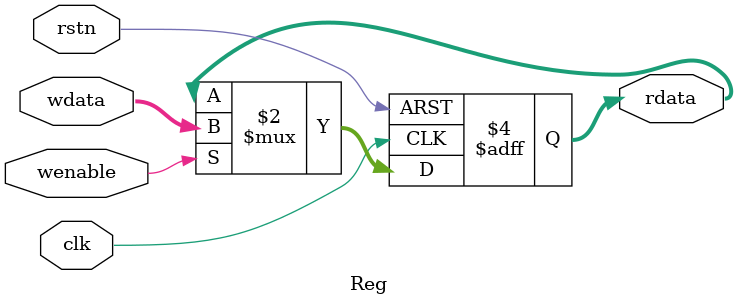
<source format=sv>
`default_nettype none

module Reg
	#(parameter
	 data_size = 16
	) (
	 input logic clk, input logic rstn,
	 input  logic                wenable,
	 input  logic[data_size-1:0] wdata,
	 output   reg[data_size-1:0] rdata
	);
	
	always @(posedge clk or negedge rstn) begin
		if (rstn) begin
			// $display("[  REG  ] Clock went to 1, writing: %b, %016b -> %016b", wenable, rdata, wdata);
			if (wenable) begin
				rdata <= wdata;
			end
		end else begin
			// $display("[  REG  ] Rstn went to 0, clearing memory");
			rdata <= 0;
		end
	end
endmodule

</source>
